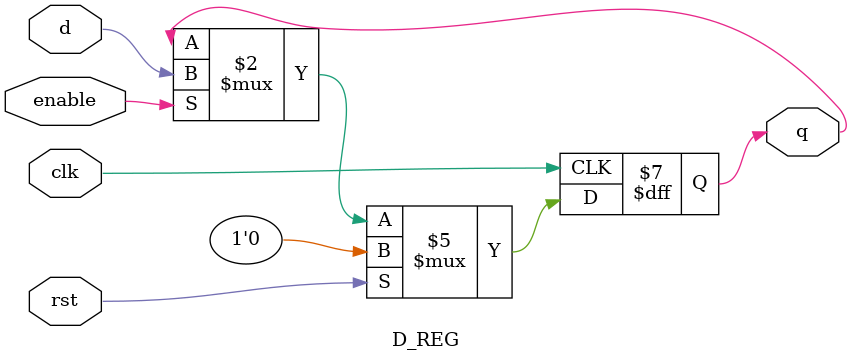
<source format=v>
module D_REG(d,rst,clk,q,enable);
parameter N=1; 
input [N-1:0] d;
input rst,clk,enable;
output reg [N-1:0] q;
always @(posedge clk) begin
    if(rst) q<=0;
    else if(enable) q<= d;
end
endmodule
</source>
